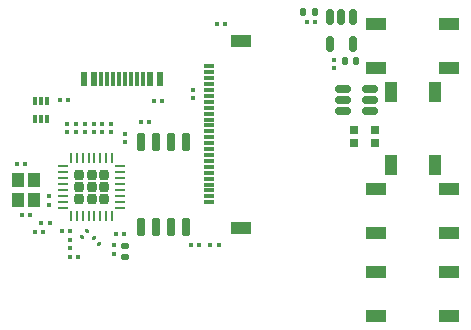
<source format=gbr>
%TF.GenerationSoftware,KiCad,Pcbnew,7.0.7*%
%TF.CreationDate,2023-12-08T19:41:31-05:00*%
%TF.ProjectId,pixie-rev-4,70697869-652d-4726-9576-2d342e6b6963,rev?*%
%TF.SameCoordinates,Original*%
%TF.FileFunction,Paste,Top*%
%TF.FilePolarity,Positive*%
%FSLAX46Y46*%
G04 Gerber Fmt 4.6, Leading zero omitted, Abs format (unit mm)*
G04 Created by KiCad (PCBNEW 7.0.7) date 2023-12-08 19:41:31*
%MOMM*%
%LPD*%
G01*
G04 APERTURE LIST*
G04 Aperture macros list*
%AMRoundRect*
0 Rectangle with rounded corners*
0 $1 Rounding radius*
0 $2 $3 $4 $5 $6 $7 $8 $9 X,Y pos of 4 corners*
0 Add a 4 corners polygon primitive as box body*
4,1,4,$2,$3,$4,$5,$6,$7,$8,$9,$2,$3,0*
0 Add four circle primitives for the rounded corners*
1,1,$1+$1,$2,$3*
1,1,$1+$1,$4,$5*
1,1,$1+$1,$6,$7*
1,1,$1+$1,$8,$9*
0 Add four rect primitives between the rounded corners*
20,1,$1+$1,$2,$3,$4,$5,0*
20,1,$1+$1,$4,$5,$6,$7,0*
20,1,$1+$1,$6,$7,$8,$9,0*
20,1,$1+$1,$8,$9,$2,$3,0*%
G04 Aperture macros list end*
%ADD10RoundRect,0.079500X-0.100500X0.079500X-0.100500X-0.079500X0.100500X-0.079500X0.100500X0.079500X0*%
%ADD11RoundRect,0.079500X0.079500X0.100500X-0.079500X0.100500X-0.079500X-0.100500X0.079500X-0.100500X0*%
%ADD12RoundRect,0.079500X-0.127279X-0.014849X-0.014849X-0.127279X0.127279X0.014849X0.014849X0.127279X0*%
%ADD13RoundRect,0.079500X-0.014849X0.127279X-0.127279X0.014849X0.014849X-0.127279X0.127279X-0.014849X0*%
%ADD14R,0.600000X1.160000*%
%ADD15R,0.300000X1.160000*%
%ADD16R,1.800000X1.100000*%
%ADD17RoundRect,0.079500X-0.079500X-0.100500X0.079500X-0.100500X0.079500X0.100500X-0.079500X0.100500X0*%
%ADD18RoundRect,0.140000X-0.170000X0.140000X-0.170000X-0.140000X0.170000X-0.140000X0.170000X0.140000X0*%
%ADD19R,0.900000X0.300000*%
%ADD20R,0.340000X0.700000*%
%ADD21RoundRect,0.207500X0.207500X-0.207500X0.207500X0.207500X-0.207500X0.207500X-0.207500X-0.207500X0*%
%ADD22RoundRect,0.062500X0.062500X-0.375000X0.062500X0.375000X-0.062500X0.375000X-0.062500X-0.375000X0*%
%ADD23RoundRect,0.062500X0.375000X-0.062500X0.375000X0.062500X-0.375000X0.062500X-0.375000X-0.062500X0*%
%ADD24RoundRect,0.079500X0.100500X-0.079500X0.100500X0.079500X-0.100500X0.079500X-0.100500X-0.079500X0*%
%ADD25R,0.700000X0.700000*%
%ADD26RoundRect,0.140000X-0.140000X-0.170000X0.140000X-0.170000X0.140000X0.170000X-0.140000X0.170000X0*%
%ADD27RoundRect,0.150000X0.150000X-0.650000X0.150000X0.650000X-0.150000X0.650000X-0.150000X-0.650000X0*%
%ADD28RoundRect,0.140000X0.140000X0.170000X-0.140000X0.170000X-0.140000X-0.170000X0.140000X-0.170000X0*%
%ADD29RoundRect,0.150000X-0.150000X0.512500X-0.150000X-0.512500X0.150000X-0.512500X0.150000X0.512500X0*%
%ADD30R,1.100000X1.200000*%
%ADD31RoundRect,0.150000X-0.512500X-0.150000X0.512500X-0.150000X0.512500X0.150000X-0.512500X0.150000X0*%
%ADD32R,1.100000X1.800000*%
G04 APERTURE END LIST*
D10*
%TO.C,C309*%
X159700000Y-61400000D03*
X159700000Y-62090000D03*
%TD*%
D11*
%TO.C,C311*%
X160570000Y-60475000D03*
X159880000Y-60475000D03*
%TD*%
D12*
%TO.C,L302*%
X157982322Y-60782322D03*
X158470226Y-61270226D03*
%TD*%
D11*
%TO.C,C305*%
X152600000Y-58850000D03*
X151910000Y-58850000D03*
%TD*%
D13*
%TO.C,C307*%
X157443952Y-60206048D03*
X156956048Y-60693952D03*
%TD*%
D14*
%TO.C,J201*%
X163580000Y-47280000D03*
X162780000Y-47280000D03*
D15*
X161630000Y-47280000D03*
X160630000Y-47280000D03*
X160130000Y-47280000D03*
X159130000Y-47280000D03*
D14*
X157980000Y-47280000D03*
X157180000Y-47280000D03*
X157180000Y-47280000D03*
X157980000Y-47280000D03*
D15*
X158630000Y-47280000D03*
X159630000Y-47280000D03*
X161130000Y-47280000D03*
X162130000Y-47280000D03*
D14*
X162780000Y-47280000D03*
X163580000Y-47280000D03*
%TD*%
D16*
%TO.C,SW101*%
X181900000Y-42650000D03*
X181900000Y-46350000D03*
X188100000Y-42650000D03*
X188100000Y-46350000D03*
%TD*%
%TO.C,SW104*%
X181900000Y-63650000D03*
X181900000Y-67350000D03*
X188100000Y-63650000D03*
X188100000Y-67350000D03*
%TD*%
%TO.C,SW103*%
X181900000Y-56650000D03*
X181900000Y-60350000D03*
X188100000Y-56650000D03*
X188100000Y-60350000D03*
%TD*%
D11*
%TO.C,C308*%
X154250000Y-59525000D03*
X153560000Y-59525000D03*
%TD*%
D10*
%TO.C,R305*%
X155725000Y-51130000D03*
X155725000Y-51820000D03*
%TD*%
D17*
%TO.C,C303*%
X167865000Y-61400000D03*
X168555000Y-61400000D03*
%TD*%
D10*
%TO.C,C203*%
X178300000Y-45700000D03*
X178300000Y-46390000D03*
%TD*%
%TO.C,C401*%
X166400000Y-48260000D03*
X166400000Y-48950000D03*
%TD*%
D11*
%TO.C,R202*%
X163750000Y-49175000D03*
X163060000Y-49175000D03*
%TD*%
D18*
%TO.C,C313*%
X160625000Y-61450000D03*
X160625000Y-62410000D03*
%TD*%
D10*
%TO.C,R306*%
X159475000Y-51135000D03*
X159475000Y-51825000D03*
%TD*%
%TO.C,R307*%
X156475000Y-51135000D03*
X156475000Y-51825000D03*
%TD*%
D17*
%TO.C,R201*%
X155105000Y-49100000D03*
X155795000Y-49100000D03*
%TD*%
D10*
%TO.C,R303*%
X157975000Y-51135000D03*
X157975000Y-51825000D03*
%TD*%
D11*
%TO.C,C310*%
X153725000Y-60300000D03*
X153035000Y-60300000D03*
%TD*%
D19*
%TO.C,J401*%
X167750000Y-57750000D03*
X167750000Y-57250000D03*
X167750000Y-56750000D03*
X167750000Y-56250000D03*
X167750000Y-55750000D03*
X167750000Y-55250000D03*
X167750000Y-54750000D03*
X167750000Y-54250000D03*
X167750000Y-53750000D03*
X167750000Y-53250000D03*
X167750000Y-52750000D03*
X167750000Y-52250000D03*
X167750000Y-51750000D03*
X167750000Y-51250000D03*
X167750000Y-50750000D03*
X167750000Y-50250000D03*
X167750000Y-49750000D03*
X167750000Y-49250000D03*
X167750000Y-48750000D03*
X167750000Y-48250000D03*
X167750000Y-47750000D03*
X167750000Y-47250000D03*
X167750000Y-46750000D03*
X167750000Y-46250000D03*
D16*
X170450000Y-59900000D03*
X170450000Y-44100000D03*
%TD*%
D17*
%TO.C,C306*%
X161995000Y-50970000D03*
X162685000Y-50970000D03*
%TD*%
D10*
%TO.C,R304*%
X157225000Y-51135000D03*
X157225000Y-51825000D03*
%TD*%
%TO.C,R308*%
X158725000Y-51135000D03*
X158725000Y-51825000D03*
%TD*%
D17*
%TO.C,R401*%
X168385000Y-42650000D03*
X169075000Y-42650000D03*
%TD*%
D20*
%TO.C,U201*%
X153000000Y-50700000D03*
X153500000Y-50700000D03*
X154000000Y-50700000D03*
X154000000Y-49200000D03*
X153500000Y-49200000D03*
X153000000Y-49200000D03*
%TD*%
D21*
%TO.C,U302*%
X156770000Y-57480000D03*
X157800000Y-57480000D03*
X158830000Y-57480000D03*
X156770000Y-56450000D03*
X157800000Y-56450000D03*
X158830000Y-56450000D03*
X156770000Y-55420000D03*
X157800000Y-55420000D03*
X158830000Y-55420000D03*
D22*
X156050000Y-58887500D03*
X156550000Y-58887500D03*
X157050000Y-58887500D03*
X157550000Y-58887500D03*
X158050000Y-58887500D03*
X158550000Y-58887500D03*
X159050000Y-58887500D03*
X159550000Y-58887500D03*
D23*
X160237500Y-58200000D03*
X160237500Y-57700000D03*
X160237500Y-57200000D03*
X160237500Y-56700000D03*
X160237500Y-56200000D03*
X160237500Y-55700000D03*
X160237500Y-55200000D03*
X160237500Y-54700000D03*
D22*
X159550000Y-54012500D03*
X159050000Y-54012500D03*
X158550000Y-54012500D03*
X158050000Y-54012500D03*
X157550000Y-54012500D03*
X157050000Y-54012500D03*
X156550000Y-54012500D03*
X156050000Y-54012500D03*
D23*
X155362500Y-54700000D03*
X155362500Y-55200000D03*
X155362500Y-55700000D03*
X155362500Y-56200000D03*
X155362500Y-56700000D03*
X155362500Y-57200000D03*
X155362500Y-57700000D03*
X155362500Y-58200000D03*
%TD*%
D17*
%TO.C,C304*%
X156005000Y-62400000D03*
X156695000Y-62400000D03*
%TD*%
%TO.C,C302*%
X151510000Y-54550000D03*
X152200000Y-54550000D03*
%TD*%
D24*
%TO.C,C312*%
X160600000Y-52670000D03*
X160600000Y-51980000D03*
%TD*%
D25*
%TO.C,D401*%
X181810000Y-52750000D03*
X181810000Y-51650000D03*
X179980000Y-51650000D03*
X179980000Y-52750000D03*
%TD*%
D10*
%TO.C,L301*%
X156000000Y-60955000D03*
X156000000Y-61645000D03*
%TD*%
D26*
%TO.C,C204*%
X179220000Y-45800000D03*
X180180000Y-45800000D03*
%TD*%
D27*
%TO.C,U301*%
X161995000Y-59850000D03*
X163265000Y-59850000D03*
X164535000Y-59850000D03*
X165805000Y-59850000D03*
X165805000Y-52650000D03*
X164535000Y-52650000D03*
X163265000Y-52650000D03*
X161995000Y-52650000D03*
%TD*%
D28*
%TO.C,C201*%
X176700000Y-41600000D03*
X175740000Y-41600000D03*
%TD*%
D10*
%TO.C,R302*%
X154200000Y-57255000D03*
X154200000Y-57945000D03*
%TD*%
D29*
%TO.C,U202*%
X179908289Y-42062500D03*
X178958289Y-42062500D03*
X178008289Y-42062500D03*
X178008289Y-44337500D03*
X179908289Y-44337500D03*
%TD*%
D30*
%TO.C,Y301*%
X152950000Y-57550000D03*
X152950000Y-55850000D03*
X151550000Y-55850000D03*
X151550000Y-57550000D03*
%TD*%
D11*
%TO.C,C202*%
X176700000Y-42500000D03*
X176010000Y-42500000D03*
%TD*%
%TO.C,C301*%
X156000000Y-60200000D03*
X155310000Y-60200000D03*
%TD*%
D31*
%TO.C,U401*%
X179062500Y-48150000D03*
X179062500Y-49100000D03*
X179062500Y-50050000D03*
X181337500Y-50050000D03*
X181337500Y-49100000D03*
X181337500Y-48150000D03*
%TD*%
D11*
%TO.C,R301*%
X166915000Y-61400000D03*
X166225000Y-61400000D03*
%TD*%
D32*
%TO.C,SW102*%
X186850000Y-48400000D03*
X183150000Y-48400000D03*
X186850000Y-54600000D03*
X183150000Y-54600000D03*
%TD*%
M02*

</source>
